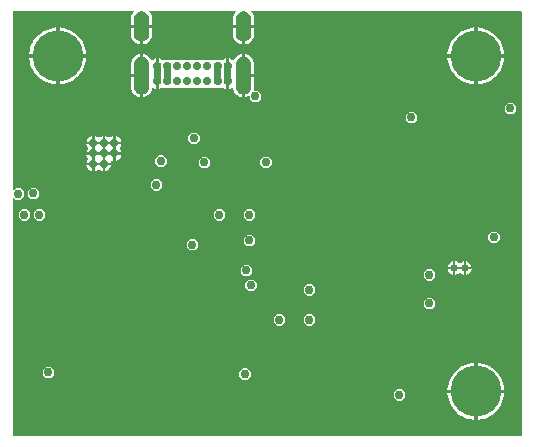
<source format=gbr>
G04 EAGLE Gerber RS-274X export*
G75*
%MOMM*%
%FSLAX34Y34*%
%LPD*%
%INCopper Layer 15*%
%IPPOS*%
%AMOC8*
5,1,8,0,0,1.08239X$1,22.5*%
G01*
%ADD10C,4.316000*%
%ADD11C,0.704800*%
%ADD12C,0.634800*%
%ADD13C,0.734800*%
%ADD14C,0.904800*%
%ADD15C,0.756400*%

G36*
X432836Y3052D02*
X432836Y3052D01*
X432855Y3050D01*
X432957Y3072D01*
X433059Y3088D01*
X433076Y3098D01*
X433096Y3102D01*
X433185Y3155D01*
X433276Y3204D01*
X433290Y3218D01*
X433307Y3228D01*
X433374Y3307D01*
X433446Y3382D01*
X433454Y3400D01*
X433467Y3415D01*
X433506Y3511D01*
X433549Y3605D01*
X433551Y3625D01*
X433559Y3643D01*
X433577Y3810D01*
X433577Y362712D01*
X433574Y362732D01*
X433576Y362751D01*
X433554Y362853D01*
X433538Y362955D01*
X433528Y362972D01*
X433524Y362992D01*
X433471Y363081D01*
X433422Y363172D01*
X433408Y363186D01*
X433398Y363203D01*
X433319Y363270D01*
X433244Y363342D01*
X433226Y363350D01*
X433211Y363363D01*
X433115Y363402D01*
X433021Y363445D01*
X433001Y363447D01*
X432983Y363455D01*
X432816Y363473D01*
X205625Y363473D01*
X205612Y363471D01*
X205598Y363473D01*
X205490Y363451D01*
X205383Y363434D01*
X205370Y363427D01*
X205357Y363424D01*
X205262Y363370D01*
X205165Y363318D01*
X205156Y363309D01*
X205144Y363302D01*
X205071Y363220D01*
X204996Y363140D01*
X204990Y363128D01*
X204981Y363117D01*
X204938Y363017D01*
X204892Y362917D01*
X204891Y362903D01*
X204885Y362891D01*
X204877Y362781D01*
X204865Y362673D01*
X204868Y362659D01*
X204867Y362645D01*
X204894Y362539D01*
X204917Y362432D01*
X204924Y362420D01*
X204928Y362407D01*
X205011Y362262D01*
X206085Y360798D01*
X206824Y359214D01*
X207240Y357516D01*
X207262Y357010D01*
X207263Y357005D01*
X207281Y356890D01*
X207281Y356603D01*
X207283Y356590D01*
X207281Y356570D01*
X207294Y356283D01*
X207281Y356163D01*
X207281Y351529D01*
X204739Y351529D01*
X204739Y356530D01*
X204736Y356534D01*
X204739Y356537D01*
X204565Y357756D01*
X204559Y357761D01*
X204562Y357765D01*
X204154Y358927D01*
X204148Y358931D01*
X204149Y358936D01*
X203522Y359995D01*
X203515Y359998D01*
X203516Y360003D01*
X202694Y360919D01*
X202687Y360921D01*
X202687Y360926D01*
X201702Y361665D01*
X201695Y361665D01*
X201694Y361670D01*
X200584Y362202D01*
X200577Y362201D01*
X200575Y362205D01*
X199639Y362445D01*
X199639Y362712D01*
X199636Y362732D01*
X199638Y362751D01*
X199616Y362853D01*
X199600Y362955D01*
X199590Y362972D01*
X199586Y362992D01*
X199533Y363081D01*
X199484Y363172D01*
X199470Y363186D01*
X199460Y363203D01*
X199381Y363270D01*
X199306Y363342D01*
X199288Y363350D01*
X199273Y363363D01*
X199177Y363402D01*
X199083Y363445D01*
X199063Y363447D01*
X199045Y363455D01*
X198878Y363473D01*
X197402Y363473D01*
X197382Y363470D01*
X197362Y363472D01*
X197261Y363450D01*
X197159Y363434D01*
X197142Y363424D01*
X197122Y363420D01*
X197033Y363367D01*
X196942Y363318D01*
X196928Y363304D01*
X196911Y363294D01*
X196844Y363215D01*
X196772Y363140D01*
X196764Y363122D01*
X196751Y363107D01*
X196712Y363011D01*
X196669Y362917D01*
X196667Y362897D01*
X196659Y362879D01*
X196641Y362712D01*
X196641Y362431D01*
X195728Y362190D01*
X195724Y362184D01*
X195719Y362187D01*
X194622Y361650D01*
X194619Y361644D01*
X194614Y361645D01*
X193643Y360905D01*
X193641Y360898D01*
X193635Y360898D01*
X192827Y359983D01*
X192827Y359976D01*
X192822Y359975D01*
X192207Y358920D01*
X192208Y358913D01*
X192203Y358911D01*
X191807Y357756D01*
X191809Y357749D01*
X191805Y357747D01*
X191641Y356537D01*
X191644Y356532D01*
X191641Y356530D01*
X191641Y351529D01*
X189099Y351529D01*
X189099Y356150D01*
X189099Y356152D01*
X189099Y356154D01*
X189088Y356254D01*
X189099Y356563D01*
X189097Y356573D01*
X189099Y356590D01*
X189099Y356899D01*
X189115Y357003D01*
X189132Y357492D01*
X189332Y358333D01*
X189533Y359182D01*
X189985Y360172D01*
X190255Y360762D01*
X190965Y361746D01*
X191316Y362232D01*
X191365Y362284D01*
X191381Y362319D01*
X191405Y362349D01*
X191433Y362430D01*
X191469Y362507D01*
X191473Y362545D01*
X191486Y362581D01*
X191486Y362667D01*
X191496Y362751D01*
X191488Y362789D01*
X191488Y362827D01*
X191462Y362908D01*
X191444Y362992D01*
X191424Y363025D01*
X191412Y363061D01*
X191361Y363130D01*
X191317Y363203D01*
X191288Y363228D01*
X191266Y363259D01*
X191195Y363307D01*
X191131Y363363D01*
X191095Y363377D01*
X191064Y363399D01*
X190982Y363423D01*
X190902Y363455D01*
X190853Y363460D01*
X190828Y363468D01*
X190797Y363466D01*
X190736Y363473D01*
X119265Y363473D01*
X119252Y363471D01*
X119238Y363473D01*
X119130Y363451D01*
X119023Y363434D01*
X119010Y363427D01*
X118997Y363424D01*
X118902Y363370D01*
X118805Y363318D01*
X118796Y363309D01*
X118784Y363302D01*
X118711Y363220D01*
X118636Y363140D01*
X118630Y363128D01*
X118621Y363117D01*
X118578Y363017D01*
X118532Y362917D01*
X118531Y362903D01*
X118525Y362891D01*
X118517Y362781D01*
X118505Y362673D01*
X118508Y362659D01*
X118507Y362645D01*
X118534Y362539D01*
X118557Y362432D01*
X118564Y362420D01*
X118568Y362407D01*
X118651Y362262D01*
X119725Y360798D01*
X120464Y359214D01*
X120880Y357516D01*
X120902Y357010D01*
X120903Y357005D01*
X120921Y356890D01*
X120921Y356603D01*
X120923Y356590D01*
X120921Y356570D01*
X120934Y356283D01*
X120921Y356163D01*
X120921Y351529D01*
X118379Y351529D01*
X118379Y356530D01*
X118376Y356534D01*
X118379Y356537D01*
X118205Y357756D01*
X118199Y357761D01*
X118202Y357765D01*
X117794Y358927D01*
X117788Y358931D01*
X117789Y358936D01*
X117162Y359995D01*
X117155Y359998D01*
X117156Y360003D01*
X116334Y360919D01*
X116327Y360921D01*
X116327Y360926D01*
X115342Y361665D01*
X115335Y361665D01*
X115334Y361670D01*
X114224Y362202D01*
X114217Y362201D01*
X114215Y362205D01*
X113239Y362455D01*
X113239Y362712D01*
X113236Y362732D01*
X113238Y362751D01*
X113216Y362853D01*
X113200Y362955D01*
X113190Y362972D01*
X113186Y362992D01*
X113133Y363081D01*
X113084Y363172D01*
X113070Y363186D01*
X113060Y363203D01*
X112981Y363270D01*
X112906Y363342D01*
X112888Y363350D01*
X112873Y363363D01*
X112777Y363402D01*
X112683Y363445D01*
X112663Y363447D01*
X112645Y363455D01*
X112478Y363473D01*
X111002Y363473D01*
X110982Y363470D01*
X110962Y363472D01*
X110861Y363450D01*
X110759Y363434D01*
X110742Y363424D01*
X110722Y363420D01*
X110633Y363367D01*
X110542Y363318D01*
X110528Y363304D01*
X110511Y363294D01*
X110444Y363215D01*
X110372Y363140D01*
X110364Y363122D01*
X110351Y363107D01*
X110312Y363011D01*
X110269Y362917D01*
X110267Y362897D01*
X110259Y362879D01*
X110241Y362712D01*
X110241Y362421D01*
X109368Y362190D01*
X109364Y362184D01*
X109359Y362187D01*
X108262Y361650D01*
X108259Y361644D01*
X108254Y361645D01*
X107283Y360905D01*
X107281Y360898D01*
X107275Y360898D01*
X106467Y359983D01*
X106467Y359976D01*
X106462Y359975D01*
X105847Y358920D01*
X105848Y358913D01*
X105843Y358911D01*
X105447Y357756D01*
X105449Y357749D01*
X105445Y357747D01*
X105281Y356537D01*
X105284Y356532D01*
X105281Y356530D01*
X105281Y351529D01*
X102739Y351529D01*
X102739Y356150D01*
X102739Y356152D01*
X102739Y356154D01*
X102728Y356254D01*
X102739Y356563D01*
X102737Y356573D01*
X102739Y356590D01*
X102739Y356899D01*
X102755Y357003D01*
X102772Y357492D01*
X103001Y358459D01*
X103173Y359182D01*
X103674Y360280D01*
X103675Y360280D01*
X103895Y360762D01*
X104668Y361833D01*
X104956Y362232D01*
X105005Y362284D01*
X105021Y362319D01*
X105045Y362349D01*
X105073Y362430D01*
X105109Y362507D01*
X105113Y362545D01*
X105126Y362581D01*
X105126Y362667D01*
X105136Y362751D01*
X105128Y362789D01*
X105128Y362827D01*
X105102Y362908D01*
X105084Y362992D01*
X105064Y363025D01*
X105052Y363061D01*
X105001Y363130D01*
X104957Y363203D01*
X104928Y363228D01*
X104906Y363259D01*
X104835Y363307D01*
X104771Y363363D01*
X104735Y363377D01*
X104704Y363399D01*
X104622Y363423D01*
X104542Y363455D01*
X104493Y363460D01*
X104468Y363468D01*
X104437Y363466D01*
X104376Y363473D01*
X3556Y363473D01*
X3536Y363470D01*
X3517Y363472D01*
X3415Y363450D01*
X3313Y363434D01*
X3296Y363424D01*
X3276Y363420D01*
X3187Y363367D01*
X3096Y363318D01*
X3082Y363304D01*
X3065Y363294D01*
X2998Y363215D01*
X2926Y363140D01*
X2918Y363122D01*
X2905Y363107D01*
X2866Y363011D01*
X2823Y362917D01*
X2821Y362897D01*
X2813Y362879D01*
X2795Y362712D01*
X2795Y212079D01*
X2806Y212008D01*
X2808Y211937D01*
X2826Y211888D01*
X2834Y211836D01*
X2868Y211773D01*
X2893Y211706D01*
X2925Y211665D01*
X2950Y211619D01*
X3002Y211569D01*
X3046Y211513D01*
X3090Y211485D01*
X3128Y211449D01*
X3193Y211419D01*
X3253Y211380D01*
X3304Y211368D01*
X3351Y211346D01*
X3422Y211338D01*
X3492Y211320D01*
X3544Y211324D01*
X3595Y211319D01*
X3666Y211334D01*
X3737Y211340D01*
X3785Y211360D01*
X3836Y211371D01*
X3897Y211408D01*
X3963Y211436D01*
X4019Y211481D01*
X4047Y211497D01*
X4062Y211515D01*
X4094Y211541D01*
X5632Y213079D01*
X9608Y213079D01*
X12419Y210268D01*
X12419Y206292D01*
X9608Y203481D01*
X5632Y203481D01*
X4094Y205019D01*
X4036Y205061D01*
X3984Y205111D01*
X3937Y205132D01*
X3895Y205163D01*
X3826Y205184D01*
X3761Y205214D01*
X3709Y205220D01*
X3659Y205235D01*
X3588Y205233D01*
X3517Y205241D01*
X3466Y205230D01*
X3414Y205229D01*
X3346Y205204D01*
X3276Y205189D01*
X3231Y205162D01*
X3183Y205144D01*
X3127Y205100D01*
X3065Y205063D01*
X3031Y205023D01*
X2991Y204991D01*
X2952Y204930D01*
X2905Y204876D01*
X2886Y204828D01*
X2858Y204784D01*
X2840Y204714D01*
X2813Y204648D01*
X2805Y204576D01*
X2797Y204545D01*
X2799Y204522D01*
X2795Y204481D01*
X2795Y3810D01*
X2798Y3790D01*
X2796Y3771D01*
X2818Y3669D01*
X2834Y3567D01*
X2844Y3550D01*
X2848Y3530D01*
X2901Y3441D01*
X2950Y3350D01*
X2964Y3336D01*
X2974Y3319D01*
X3053Y3252D01*
X3128Y3180D01*
X3146Y3172D01*
X3161Y3159D01*
X3257Y3120D01*
X3351Y3077D01*
X3371Y3075D01*
X3389Y3067D01*
X3556Y3049D01*
X432816Y3049D01*
X432836Y3052D01*
G37*
%LPC*%
G36*
X182877Y297554D02*
X182877Y297554D01*
X181746Y298023D01*
X181680Y298067D01*
X181664Y298074D01*
X181652Y298085D01*
X181553Y298125D01*
X181456Y298169D01*
X181439Y298170D01*
X181423Y298177D01*
X181257Y298195D01*
X128623Y298195D01*
X128607Y298193D01*
X128590Y298195D01*
X128485Y298173D01*
X128380Y298156D01*
X128366Y298148D01*
X128349Y298144D01*
X128200Y298067D01*
X128134Y298023D01*
X127003Y297554D01*
X126264Y297407D01*
X126264Y301481D01*
X127940Y301481D01*
X127987Y301517D01*
X127982Y301524D01*
X127989Y301530D01*
X127989Y319030D01*
X127953Y319077D01*
X127946Y319072D01*
X127940Y319079D01*
X126264Y319079D01*
X126264Y323153D01*
X127003Y323006D01*
X128134Y322537D01*
X129152Y321857D01*
X129221Y321788D01*
X129295Y321735D01*
X129365Y321675D01*
X129395Y321663D01*
X129421Y321644D01*
X129508Y321617D01*
X129593Y321583D01*
X129634Y321579D01*
X129656Y321572D01*
X129688Y321573D01*
X129760Y321565D01*
X131276Y321565D01*
X131366Y321579D01*
X131457Y321587D01*
X131487Y321599D01*
X131518Y321604D01*
X131599Y321647D01*
X131683Y321683D01*
X131715Y321709D01*
X131736Y321720D01*
X131737Y321721D01*
X135656Y321721D01*
X135709Y321675D01*
X135739Y321663D01*
X135766Y321644D01*
X135853Y321617D01*
X135938Y321583D01*
X135978Y321579D01*
X136001Y321572D01*
X136033Y321573D01*
X136104Y321565D01*
X139776Y321565D01*
X139866Y321579D01*
X139957Y321587D01*
X139987Y321599D01*
X140018Y321604D01*
X140099Y321647D01*
X140183Y321683D01*
X140215Y321709D01*
X140236Y321720D01*
X140237Y321721D01*
X144156Y321721D01*
X144209Y321675D01*
X144239Y321663D01*
X144266Y321644D01*
X144353Y321617D01*
X144438Y321583D01*
X144478Y321579D01*
X144501Y321572D01*
X144533Y321573D01*
X144604Y321565D01*
X148276Y321565D01*
X148366Y321579D01*
X148457Y321587D01*
X148487Y321599D01*
X148518Y321604D01*
X148599Y321647D01*
X148683Y321683D01*
X148715Y321709D01*
X148736Y321720D01*
X148737Y321721D01*
X152656Y321721D01*
X152709Y321675D01*
X152739Y321663D01*
X152766Y321644D01*
X152853Y321617D01*
X152938Y321583D01*
X152978Y321579D01*
X153001Y321572D01*
X153033Y321573D01*
X153104Y321565D01*
X156776Y321565D01*
X156866Y321579D01*
X156957Y321587D01*
X156986Y321599D01*
X157018Y321604D01*
X157099Y321647D01*
X157183Y321683D01*
X157215Y321709D01*
X157236Y321720D01*
X157237Y321721D01*
X161156Y321721D01*
X161209Y321675D01*
X161240Y321663D01*
X161266Y321644D01*
X161353Y321617D01*
X161438Y321583D01*
X161479Y321579D01*
X161501Y321572D01*
X161533Y321573D01*
X161604Y321565D01*
X165276Y321565D01*
X165366Y321579D01*
X165457Y321587D01*
X165486Y321599D01*
X165518Y321604D01*
X165599Y321647D01*
X165683Y321683D01*
X165715Y321709D01*
X165736Y321720D01*
X165737Y321721D01*
X169656Y321721D01*
X169709Y321675D01*
X169740Y321663D01*
X169766Y321644D01*
X169853Y321617D01*
X169938Y321583D01*
X169979Y321579D01*
X170001Y321572D01*
X170033Y321573D01*
X170104Y321565D01*
X173776Y321565D01*
X173866Y321579D01*
X173957Y321587D01*
X173986Y321599D01*
X174018Y321604D01*
X174099Y321647D01*
X174183Y321683D01*
X174215Y321709D01*
X174236Y321720D01*
X174237Y321721D01*
X178156Y321721D01*
X178209Y321675D01*
X178240Y321663D01*
X178266Y321644D01*
X178353Y321617D01*
X178438Y321583D01*
X178479Y321579D01*
X178501Y321572D01*
X178533Y321573D01*
X178604Y321565D01*
X180120Y321565D01*
X180211Y321579D01*
X180301Y321587D01*
X180331Y321599D01*
X180363Y321604D01*
X180444Y321647D01*
X180528Y321683D01*
X180560Y321709D01*
X180581Y321720D01*
X180603Y321743D01*
X180659Y321788D01*
X180728Y321857D01*
X181746Y322537D01*
X182877Y323006D01*
X183616Y323153D01*
X183616Y319079D01*
X181940Y319079D01*
X181893Y319043D01*
X181898Y319036D01*
X181891Y319030D01*
X181891Y301530D01*
X181927Y301483D01*
X181934Y301488D01*
X181940Y301481D01*
X183616Y301481D01*
X183616Y297407D01*
X182877Y297554D01*
G37*
%LPD*%
%LPC*%
G36*
X42417Y326643D02*
X42417Y326643D01*
X42417Y349222D01*
X44941Y348937D01*
X46092Y348675D01*
X47582Y348335D01*
X50139Y347440D01*
X52580Y346264D01*
X54874Y344823D01*
X56992Y343134D01*
X58908Y341218D01*
X60597Y339100D01*
X62038Y336806D01*
X63214Y334365D01*
X64109Y331808D01*
X64711Y329167D01*
X64996Y326643D01*
X42417Y326643D01*
G37*
%LPD*%
%LPC*%
G36*
X396493Y326643D02*
X396493Y326643D01*
X396493Y349222D01*
X399017Y348937D01*
X400168Y348675D01*
X401658Y348335D01*
X404215Y347440D01*
X406656Y346264D01*
X408950Y344823D01*
X411068Y343134D01*
X412984Y341218D01*
X414673Y339100D01*
X416114Y336806D01*
X417290Y334365D01*
X418185Y331808D01*
X418787Y329167D01*
X419072Y326643D01*
X396493Y326643D01*
G37*
%LPD*%
%LPC*%
G36*
X396493Y42671D02*
X396493Y42671D01*
X396493Y65250D01*
X399017Y64965D01*
X400055Y64728D01*
X401658Y64363D01*
X404215Y63468D01*
X406656Y62292D01*
X408950Y60851D01*
X411068Y59162D01*
X412984Y57246D01*
X414673Y55128D01*
X416114Y52834D01*
X417290Y50393D01*
X418185Y47836D01*
X418787Y45195D01*
X419072Y42671D01*
X396493Y42671D01*
G37*
%LPD*%
%LPC*%
G36*
X16792Y326643D02*
X16792Y326643D01*
X17077Y329167D01*
X17679Y331808D01*
X18574Y334365D01*
X19750Y336806D01*
X21191Y339100D01*
X22880Y341218D01*
X24796Y343134D01*
X26914Y344823D01*
X29208Y346264D01*
X31649Y347440D01*
X34206Y348335D01*
X36847Y348937D01*
X39371Y349222D01*
X39371Y326643D01*
X16792Y326643D01*
G37*
%LPD*%
%LPC*%
G36*
X370868Y326643D02*
X370868Y326643D01*
X371153Y329167D01*
X371755Y331808D01*
X372650Y334365D01*
X373826Y336806D01*
X375267Y339100D01*
X376956Y341218D01*
X378872Y343134D01*
X380990Y344823D01*
X383284Y346264D01*
X385725Y347440D01*
X388282Y348335D01*
X390923Y348937D01*
X393447Y349222D01*
X393447Y326643D01*
X370868Y326643D01*
G37*
%LPD*%
%LPC*%
G36*
X370868Y42671D02*
X370868Y42671D01*
X371153Y45195D01*
X371755Y47836D01*
X372650Y50393D01*
X373826Y52834D01*
X375267Y55128D01*
X376956Y57246D01*
X378872Y59162D01*
X380990Y60851D01*
X383284Y62292D01*
X385725Y63468D01*
X388282Y64363D01*
X390923Y64965D01*
X393447Y65250D01*
X393447Y42671D01*
X370868Y42671D01*
G37*
%LPD*%
%LPC*%
G36*
X396493Y323597D02*
X396493Y323597D01*
X419072Y323597D01*
X418787Y321073D01*
X418185Y318432D01*
X417290Y315875D01*
X416114Y313434D01*
X414673Y311140D01*
X412984Y309022D01*
X411068Y307106D01*
X408950Y305417D01*
X406656Y303976D01*
X404215Y302800D01*
X401658Y301905D01*
X399017Y301303D01*
X396493Y301018D01*
X396493Y323597D01*
G37*
%LPD*%
%LPC*%
G36*
X396493Y39625D02*
X396493Y39625D01*
X419072Y39625D01*
X418787Y37101D01*
X418185Y34460D01*
X417290Y31903D01*
X416114Y29462D01*
X414673Y27168D01*
X412984Y25050D01*
X411068Y23134D01*
X408950Y21445D01*
X406656Y20004D01*
X404215Y18828D01*
X401658Y17933D01*
X399017Y17331D01*
X396493Y17046D01*
X396493Y39625D01*
G37*
%LPD*%
%LPC*%
G36*
X42417Y323597D02*
X42417Y323597D01*
X64996Y323597D01*
X64711Y321073D01*
X64109Y318432D01*
X63214Y315875D01*
X62038Y313434D01*
X60597Y311140D01*
X58908Y309022D01*
X56992Y307106D01*
X54874Y305417D01*
X52580Y303976D01*
X50139Y302800D01*
X47582Y301905D01*
X44941Y301303D01*
X42417Y301018D01*
X42417Y323597D01*
G37*
%LPD*%
%LPC*%
G36*
X36847Y301303D02*
X36847Y301303D01*
X36244Y301440D01*
X34206Y301905D01*
X31649Y302800D01*
X29208Y303976D01*
X26914Y305417D01*
X24796Y307106D01*
X22880Y309022D01*
X21191Y311140D01*
X19750Y313434D01*
X18574Y315875D01*
X17679Y318432D01*
X17077Y321073D01*
X16792Y323597D01*
X39371Y323597D01*
X39371Y301018D01*
X36847Y301303D01*
G37*
%LPD*%
%LPC*%
G36*
X390923Y301303D02*
X390923Y301303D01*
X390320Y301440D01*
X388282Y301905D01*
X385725Y302800D01*
X383284Y303976D01*
X380990Y305417D01*
X378872Y307106D01*
X376956Y309022D01*
X375267Y311140D01*
X373826Y313434D01*
X372650Y315875D01*
X371755Y318432D01*
X371153Y321073D01*
X370868Y323597D01*
X393447Y323597D01*
X393447Y301018D01*
X390923Y301303D01*
G37*
%LPD*%
%LPC*%
G36*
X390923Y17331D02*
X390923Y17331D01*
X390207Y17494D01*
X388282Y17933D01*
X385725Y18828D01*
X383284Y20004D01*
X380990Y21445D01*
X378872Y23134D01*
X376956Y25050D01*
X375267Y27168D01*
X373826Y29462D01*
X372650Y31903D01*
X371755Y34460D01*
X371153Y37101D01*
X370868Y39625D01*
X393447Y39625D01*
X393447Y17046D01*
X390923Y17331D01*
G37*
%LPD*%
%LPC*%
G36*
X196244Y290210D02*
X196244Y290210D01*
X195554Y290374D01*
X194517Y290821D01*
X194035Y291029D01*
X193004Y291707D01*
X192654Y291938D01*
X191451Y293073D01*
X190463Y294400D01*
X189721Y295878D01*
X189247Y297463D01*
X189214Y297746D01*
X189193Y297819D01*
X189181Y297895D01*
X189170Y297917D01*
X189167Y297932D01*
X189156Y297951D01*
X189147Y297982D01*
X189103Y298045D01*
X189068Y298113D01*
X189046Y298135D01*
X189040Y298143D01*
X189029Y298153D01*
X189007Y298185D01*
X188946Y298231D01*
X188891Y298284D01*
X188858Y298300D01*
X188853Y298303D01*
X188845Y298307D01*
X188810Y298333D01*
X188738Y298357D01*
X188669Y298389D01*
X188628Y298394D01*
X188625Y298395D01*
X188618Y298396D01*
X188577Y298410D01*
X188501Y298409D01*
X188425Y298418D01*
X188378Y298409D01*
X188331Y298408D01*
X188259Y298384D01*
X188232Y298378D01*
X188207Y298374D01*
X188204Y298372D01*
X188184Y298368D01*
X188127Y298338D01*
X188098Y298328D01*
X188077Y298313D01*
X188035Y298291D01*
X187634Y298023D01*
X186503Y297554D01*
X185764Y297407D01*
X185764Y301481D01*
X187440Y301481D01*
X187487Y301517D01*
X187482Y301524D01*
X187489Y301530D01*
X187489Y319030D01*
X187453Y319077D01*
X187446Y319072D01*
X187440Y319079D01*
X185764Y319079D01*
X185764Y323153D01*
X186503Y323006D01*
X187634Y322537D01*
X188652Y321857D01*
X188844Y321665D01*
X188859Y321654D01*
X188870Y321640D01*
X188959Y321583D01*
X189044Y321521D01*
X189061Y321516D01*
X189076Y321506D01*
X189179Y321480D01*
X189279Y321449D01*
X189297Y321450D01*
X189315Y321445D01*
X189420Y321453D01*
X189525Y321455D01*
X189542Y321462D01*
X189560Y321463D01*
X189657Y321504D01*
X189756Y321540D01*
X189770Y321551D01*
X189787Y321558D01*
X189866Y321628D01*
X189948Y321694D01*
X189958Y321709D01*
X189971Y321721D01*
X190063Y321862D01*
X190463Y322660D01*
X190810Y323126D01*
X191451Y323987D01*
X192654Y325122D01*
X194035Y326031D01*
X195554Y326686D01*
X196641Y326944D01*
X196641Y324310D01*
X195532Y323902D01*
X195528Y323896D01*
X195523Y323898D01*
X194376Y323195D01*
X194373Y323189D01*
X194368Y323190D01*
X193380Y322277D01*
X193379Y322270D01*
X193374Y322270D01*
X192582Y321182D01*
X192583Y321175D01*
X192578Y321174D01*
X192014Y319953D01*
X192015Y319945D01*
X192010Y319943D01*
X191696Y318636D01*
X191699Y318629D01*
X191694Y318626D01*
X191641Y317282D01*
X191642Y317281D01*
X191641Y317280D01*
X191641Y299780D01*
X191642Y299779D01*
X191641Y299778D01*
X191694Y298434D01*
X191699Y298428D01*
X191696Y298424D01*
X192010Y297117D01*
X192016Y297112D01*
X192014Y297108D01*
X192578Y295886D01*
X192584Y295883D01*
X192582Y295878D01*
X193374Y294790D01*
X193381Y294788D01*
X193380Y294783D01*
X194368Y293870D01*
X194376Y293870D01*
X194376Y293865D01*
X195523Y293163D01*
X195531Y293163D01*
X195532Y293158D01*
X196641Y292750D01*
X196641Y290116D01*
X196244Y290210D01*
G37*
%LPD*%
%LPC*%
G36*
X113239Y292722D02*
X113239Y292722D01*
X114411Y293143D01*
X114414Y293149D01*
X114419Y293147D01*
X115580Y293845D01*
X115583Y293852D01*
X115588Y293851D01*
X116590Y294762D01*
X116591Y294769D01*
X116596Y294769D01*
X117401Y295858D01*
X117401Y295865D01*
X117403Y295866D01*
X117406Y295867D01*
X117983Y297092D01*
X117983Y297095D01*
X117985Y297097D01*
X117983Y297099D01*
X117987Y297101D01*
X118313Y298415D01*
X118311Y298422D01*
X118315Y298425D01*
X118379Y299778D01*
X118378Y299779D01*
X118379Y299780D01*
X118379Y317280D01*
X118378Y317281D01*
X118379Y317282D01*
X118315Y318635D01*
X118310Y318641D01*
X118313Y318645D01*
X117987Y319959D01*
X117981Y319964D01*
X117983Y319968D01*
X117406Y321193D01*
X117400Y321197D01*
X117401Y321202D01*
X116596Y322291D01*
X116589Y322293D01*
X116590Y322298D01*
X115588Y323209D01*
X115580Y323210D01*
X115580Y323215D01*
X114419Y323913D01*
X114412Y323912D01*
X114411Y323917D01*
X113239Y324338D01*
X113239Y326961D01*
X114362Y326704D01*
X115893Y326057D01*
X116995Y325344D01*
X117288Y325154D01*
X118506Y324023D01*
X119508Y322697D01*
X119898Y321935D01*
X119907Y321922D01*
X119913Y321908D01*
X119980Y321824D01*
X120044Y321737D01*
X120057Y321728D01*
X120066Y321716D01*
X120157Y321658D01*
X120246Y321596D01*
X120260Y321591D01*
X120273Y321583D01*
X120378Y321557D01*
X120482Y321526D01*
X120497Y321527D01*
X120512Y321523D01*
X120620Y321531D01*
X120727Y321535D01*
X120742Y321541D01*
X120757Y321542D01*
X120856Y321584D01*
X120957Y321623D01*
X120969Y321632D01*
X120983Y321638D01*
X121114Y321743D01*
X121228Y321857D01*
X122246Y322537D01*
X123377Y323006D01*
X124116Y323153D01*
X124116Y319079D01*
X122440Y319079D01*
X122393Y319043D01*
X122398Y319036D01*
X122391Y319030D01*
X122391Y301530D01*
X122427Y301483D01*
X122434Y301488D01*
X122440Y301481D01*
X124116Y301481D01*
X124116Y297407D01*
X123377Y297554D01*
X122246Y298023D01*
X121963Y298212D01*
X121896Y298242D01*
X121834Y298281D01*
X121785Y298293D01*
X121739Y298314D01*
X121666Y298321D01*
X121594Y298338D01*
X121544Y298334D01*
X121494Y298339D01*
X121422Y298323D01*
X121349Y298316D01*
X121303Y298296D01*
X121254Y298285D01*
X121191Y298247D01*
X121124Y298217D01*
X121087Y298183D01*
X121044Y298157D01*
X120997Y298101D01*
X120943Y298051D01*
X120918Y298007D01*
X120886Y297969D01*
X120859Y297900D01*
X120823Y297836D01*
X120807Y297769D01*
X120796Y297740D01*
X120794Y297715D01*
X120784Y297673D01*
X120754Y297432D01*
X120333Y296061D01*
X120332Y296061D01*
X120265Y295843D01*
X119576Y294496D01*
X119576Y294495D01*
X119508Y294363D01*
X118570Y293122D01*
X118506Y293037D01*
X117288Y291906D01*
X115893Y291003D01*
X114362Y290356D01*
X113239Y290099D01*
X113239Y292722D01*
G37*
%LPD*%
%LPC*%
G36*
X206292Y286031D02*
X206292Y286031D01*
X203481Y288842D01*
X203481Y290398D01*
X203463Y290511D01*
X203447Y290625D01*
X203443Y290633D01*
X203442Y290641D01*
X203388Y290742D01*
X203337Y290845D01*
X203331Y290851D01*
X203326Y290859D01*
X203244Y290937D01*
X203162Y291018D01*
X203154Y291022D01*
X203148Y291028D01*
X203044Y291076D01*
X202942Y291127D01*
X202933Y291128D01*
X202925Y291132D01*
X202812Y291144D01*
X202698Y291159D01*
X202689Y291158D01*
X202681Y291159D01*
X202569Y291134D01*
X202456Y291113D01*
X202447Y291108D01*
X202440Y291106D01*
X202420Y291095D01*
X202306Y291038D01*
X202253Y291003D01*
X200722Y290356D01*
X199639Y290108D01*
X199639Y292736D01*
X200771Y293143D01*
X200774Y293149D01*
X200779Y293147D01*
X201940Y293845D01*
X201943Y293852D01*
X201948Y293851D01*
X202950Y294762D01*
X202951Y294769D01*
X202956Y294769D01*
X203761Y295858D01*
X203761Y295865D01*
X203763Y295866D01*
X203766Y295867D01*
X204343Y297092D01*
X204343Y297095D01*
X204345Y297097D01*
X204343Y297099D01*
X204347Y297101D01*
X204673Y298415D01*
X204671Y298422D01*
X204675Y298425D01*
X204739Y299778D01*
X204738Y299779D01*
X204739Y299780D01*
X204739Y307031D01*
X207281Y307031D01*
X207281Y299865D01*
X207283Y299850D01*
X207282Y299826D01*
X207320Y299081D01*
X207114Y297432D01*
X206863Y296614D01*
X206861Y296604D01*
X206857Y296595D01*
X206845Y296483D01*
X206829Y296370D01*
X206831Y296360D01*
X206830Y296351D01*
X206854Y296240D01*
X206875Y296128D01*
X206880Y296120D01*
X206882Y296110D01*
X206940Y296013D01*
X206996Y295914D01*
X207003Y295908D01*
X207008Y295899D01*
X207095Y295825D01*
X207179Y295750D01*
X207188Y295746D01*
X207195Y295739D01*
X207301Y295697D01*
X207404Y295652D01*
X207414Y295651D01*
X207423Y295647D01*
X207590Y295629D01*
X210268Y295629D01*
X213079Y292818D01*
X213079Y288842D01*
X210268Y286031D01*
X206292Y286031D01*
G37*
%LPD*%
G36*
X178987Y301517D02*
X178987Y301517D01*
X178982Y301524D01*
X178989Y301530D01*
X178989Y319030D01*
X178953Y319077D01*
X178946Y319072D01*
X178940Y319079D01*
X173440Y319079D01*
X173393Y319043D01*
X173398Y319036D01*
X173391Y319030D01*
X173391Y301530D01*
X173427Y301483D01*
X173434Y301488D01*
X173440Y301481D01*
X178940Y301481D01*
X178987Y301517D01*
G37*
G36*
X136487Y301517D02*
X136487Y301517D01*
X136482Y301524D01*
X136489Y301530D01*
X136489Y319030D01*
X136453Y319077D01*
X136446Y319072D01*
X136440Y319079D01*
X130940Y319079D01*
X130893Y319043D01*
X130898Y319036D01*
X130891Y319030D01*
X130891Y301530D01*
X130927Y301483D01*
X130934Y301488D01*
X130940Y301481D01*
X136440Y301481D01*
X136487Y301517D01*
G37*
%LPC*%
G36*
X23412Y185701D02*
X23412Y185701D01*
X20601Y188512D01*
X20601Y192488D01*
X23412Y195299D01*
X27388Y195299D01*
X30199Y192488D01*
X30199Y188512D01*
X27388Y185701D01*
X23412Y185701D01*
G37*
%LPD*%
%LPC*%
G36*
X201212Y185701D02*
X201212Y185701D01*
X198401Y188512D01*
X198401Y192488D01*
X201212Y195299D01*
X205188Y195299D01*
X207999Y192488D01*
X207999Y188512D01*
X205188Y185701D01*
X201212Y185701D01*
G37*
%LPD*%
%LPC*%
G36*
X408222Y166651D02*
X408222Y166651D01*
X405411Y169462D01*
X405411Y173438D01*
X408222Y176249D01*
X412198Y176249D01*
X415009Y173438D01*
X415009Y169462D01*
X412198Y166651D01*
X408222Y166651D01*
G37*
%LPD*%
%LPC*%
G36*
X201212Y164111D02*
X201212Y164111D01*
X198401Y166922D01*
X198401Y170898D01*
X201212Y173709D01*
X205188Y173709D01*
X207999Y170898D01*
X207999Y166922D01*
X205188Y164111D01*
X201212Y164111D01*
G37*
%LPD*%
%LPC*%
G36*
X152952Y160455D02*
X152952Y160455D01*
X150141Y163266D01*
X150141Y167242D01*
X152952Y170053D01*
X156928Y170053D01*
X159739Y167242D01*
X159739Y163266D01*
X156928Y160455D01*
X152952Y160455D01*
G37*
%LPD*%
%LPC*%
G36*
X198672Y138711D02*
X198672Y138711D01*
X195861Y141522D01*
X195861Y145498D01*
X198672Y148309D01*
X202648Y148309D01*
X205459Y145498D01*
X205459Y141522D01*
X202648Y138711D01*
X198672Y138711D01*
G37*
%LPD*%
%LPC*%
G36*
X353612Y134901D02*
X353612Y134901D01*
X350801Y137712D01*
X350801Y141688D01*
X353612Y144499D01*
X357588Y144499D01*
X360399Y141688D01*
X360399Y137712D01*
X357588Y134901D01*
X353612Y134901D01*
G37*
%LPD*%
%LPC*%
G36*
X202482Y126011D02*
X202482Y126011D01*
X199671Y128822D01*
X199671Y132798D01*
X202482Y135609D01*
X206458Y135609D01*
X209269Y132798D01*
X209269Y128822D01*
X206458Y126011D01*
X202482Y126011D01*
G37*
%LPD*%
%LPC*%
G36*
X252012Y122201D02*
X252012Y122201D01*
X249201Y125012D01*
X249201Y128988D01*
X252012Y131799D01*
X255988Y131799D01*
X258799Y128988D01*
X258799Y125012D01*
X255988Y122201D01*
X252012Y122201D01*
G37*
%LPD*%
%LPC*%
G36*
X422192Y275871D02*
X422192Y275871D01*
X419381Y278682D01*
X419381Y282658D01*
X422192Y285469D01*
X426168Y285469D01*
X428979Y282658D01*
X428979Y278682D01*
X426168Y275871D01*
X422192Y275871D01*
G37*
%LPD*%
%LPC*%
G36*
X338372Y268251D02*
X338372Y268251D01*
X335561Y271062D01*
X335561Y275038D01*
X338372Y277849D01*
X342348Y277849D01*
X345159Y275038D01*
X345159Y271062D01*
X342348Y268251D01*
X338372Y268251D01*
G37*
%LPD*%
%LPC*%
G36*
X154222Y250471D02*
X154222Y250471D01*
X151411Y253282D01*
X151411Y257258D01*
X154222Y260069D01*
X158198Y260069D01*
X161009Y257258D01*
X161009Y253282D01*
X158198Y250471D01*
X154222Y250471D01*
G37*
%LPD*%
%LPC*%
G36*
X353612Y110771D02*
X353612Y110771D01*
X350801Y113582D01*
X350801Y117558D01*
X353612Y120369D01*
X357588Y120369D01*
X360399Y117558D01*
X360399Y113582D01*
X357588Y110771D01*
X353612Y110771D01*
G37*
%LPD*%
%LPC*%
G36*
X18332Y203987D02*
X18332Y203987D01*
X15521Y206798D01*
X15521Y210774D01*
X18332Y213585D01*
X22308Y213585D01*
X25119Y210774D01*
X25119Y206798D01*
X22308Y203987D01*
X18332Y203987D01*
G37*
%LPD*%
%LPC*%
G36*
X252012Y96801D02*
X252012Y96801D01*
X249201Y99612D01*
X249201Y103588D01*
X252012Y106399D01*
X255988Y106399D01*
X258799Y103588D01*
X258799Y99612D01*
X255988Y96801D01*
X252012Y96801D01*
G37*
%LPD*%
%LPC*%
G36*
X31032Y52351D02*
X31032Y52351D01*
X28221Y55162D01*
X28221Y59138D01*
X31032Y61949D01*
X35008Y61949D01*
X37819Y59138D01*
X37819Y55162D01*
X35008Y52351D01*
X31032Y52351D01*
G37*
%LPD*%
%LPC*%
G36*
X197402Y51081D02*
X197402Y51081D01*
X194591Y53892D01*
X194591Y57868D01*
X197402Y60679D01*
X201378Y60679D01*
X204189Y57868D01*
X204189Y53892D01*
X201378Y51081D01*
X197402Y51081D01*
G37*
%LPD*%
%LPC*%
G36*
X328212Y33301D02*
X328212Y33301D01*
X325401Y36112D01*
X325401Y40088D01*
X328212Y42899D01*
X332188Y42899D01*
X334999Y40088D01*
X334999Y36112D01*
X332188Y33301D01*
X328212Y33301D01*
G37*
%LPD*%
%LPC*%
G36*
X226612Y96801D02*
X226612Y96801D01*
X223801Y99612D01*
X223801Y103588D01*
X226612Y106399D01*
X230588Y106399D01*
X233399Y103588D01*
X233399Y99612D01*
X230588Y96801D01*
X226612Y96801D01*
G37*
%LPD*%
%LPC*%
G36*
X126282Y231421D02*
X126282Y231421D01*
X123471Y234232D01*
X123471Y238208D01*
X126282Y241019D01*
X130258Y241019D01*
X133069Y238208D01*
X133069Y234232D01*
X130258Y231421D01*
X126282Y231421D01*
G37*
%LPD*%
%LPC*%
G36*
X215182Y230151D02*
X215182Y230151D01*
X212371Y232962D01*
X212371Y236938D01*
X215182Y239749D01*
X219158Y239749D01*
X221969Y236938D01*
X221969Y232962D01*
X219158Y230151D01*
X215182Y230151D01*
G37*
%LPD*%
%LPC*%
G36*
X163112Y230151D02*
X163112Y230151D01*
X160301Y232962D01*
X160301Y236938D01*
X163112Y239749D01*
X167088Y239749D01*
X169899Y236938D01*
X169899Y232962D01*
X167088Y230151D01*
X163112Y230151D01*
G37*
%LPD*%
%LPC*%
G36*
X122472Y211101D02*
X122472Y211101D01*
X119661Y213912D01*
X119661Y217888D01*
X122472Y220699D01*
X126448Y220699D01*
X129259Y217888D01*
X129259Y213912D01*
X126448Y211101D01*
X122472Y211101D01*
G37*
%LPD*%
%LPC*%
G36*
X175812Y185701D02*
X175812Y185701D01*
X173001Y188512D01*
X173001Y192488D01*
X175812Y195299D01*
X179788Y195299D01*
X182599Y192488D01*
X182599Y188512D01*
X179788Y185701D01*
X175812Y185701D01*
G37*
%LPD*%
%LPC*%
G36*
X10712Y185701D02*
X10712Y185701D01*
X7901Y188512D01*
X7901Y192488D01*
X10712Y195299D01*
X14688Y195299D01*
X17499Y192488D01*
X17499Y188512D01*
X14688Y185701D01*
X10712Y185701D01*
G37*
%LPD*%
%LPC*%
G36*
X204739Y310029D02*
X204739Y310029D01*
X204739Y317280D01*
X204738Y317281D01*
X204739Y317282D01*
X204675Y318635D01*
X204670Y318641D01*
X204673Y318645D01*
X204347Y319959D01*
X204341Y319964D01*
X204343Y319968D01*
X203766Y321193D01*
X203760Y321197D01*
X203761Y321202D01*
X202956Y322291D01*
X202949Y322293D01*
X202950Y322298D01*
X201948Y323209D01*
X201940Y323210D01*
X201940Y323215D01*
X200779Y323913D01*
X200772Y323912D01*
X200771Y323917D01*
X199639Y324324D01*
X199639Y326952D01*
X200722Y326704D01*
X202253Y326057D01*
X203328Y325362D01*
X203648Y325154D01*
X204866Y324023D01*
X205868Y322697D01*
X206626Y321217D01*
X207114Y319628D01*
X207320Y317979D01*
X207282Y317234D01*
X207283Y317219D01*
X207281Y317195D01*
X207281Y310029D01*
X204739Y310029D01*
G37*
%LPD*%
%LPC*%
G36*
X109811Y290227D02*
X109811Y290227D01*
X109194Y290374D01*
X108096Y290847D01*
X107675Y291029D01*
X106595Y291740D01*
X106294Y291938D01*
X105091Y293073D01*
X104103Y294400D01*
X103361Y295878D01*
X102887Y297463D01*
X102695Y299105D01*
X102738Y299834D01*
X102736Y299851D01*
X102739Y299878D01*
X102739Y307031D01*
X105281Y307031D01*
X105281Y299780D01*
X105282Y299779D01*
X105281Y299778D01*
X105334Y298434D01*
X105339Y298428D01*
X105336Y298424D01*
X105650Y297117D01*
X105656Y297112D01*
X105654Y297108D01*
X106218Y295886D01*
X106224Y295883D01*
X106222Y295878D01*
X107014Y294790D01*
X107021Y294788D01*
X107020Y294783D01*
X108008Y293870D01*
X108016Y293870D01*
X108016Y293865D01*
X109163Y293163D01*
X109171Y293163D01*
X109172Y293158D01*
X110241Y292765D01*
X110241Y290125D01*
X109811Y290227D01*
G37*
%LPD*%
%LPC*%
G36*
X102739Y310029D02*
X102739Y310029D01*
X102739Y317182D01*
X102737Y317199D01*
X102738Y317226D01*
X102695Y317955D01*
X102887Y319598D01*
X103115Y320358D01*
X103115Y320359D01*
X103361Y321182D01*
X103790Y322036D01*
X104103Y322660D01*
X104735Y323509D01*
X105091Y323987D01*
X106294Y325122D01*
X107675Y326031D01*
X109194Y326686D01*
X110241Y326935D01*
X110241Y324295D01*
X109172Y323902D01*
X109168Y323896D01*
X109163Y323898D01*
X108016Y323195D01*
X108013Y323189D01*
X108008Y323190D01*
X107020Y322277D01*
X107019Y322270D01*
X107014Y322270D01*
X106222Y321182D01*
X106223Y321175D01*
X106218Y321174D01*
X105654Y319953D01*
X105655Y319945D01*
X105650Y319943D01*
X105336Y318636D01*
X105339Y318629D01*
X105334Y318626D01*
X105281Y317282D01*
X105282Y317281D01*
X105281Y317280D01*
X105281Y310029D01*
X102739Y310029D01*
G37*
%LPD*%
%LPC*%
G36*
X72119Y234679D02*
X72119Y234679D01*
X72119Y241571D01*
X79011Y241571D01*
X79011Y234679D01*
X72119Y234679D01*
G37*
%LPD*%
%LPC*%
G36*
X72119Y243569D02*
X72119Y243569D01*
X72119Y250461D01*
X79011Y250461D01*
X79011Y243569D01*
X72119Y243569D01*
G37*
%LPD*%
%LPC*%
G36*
X81009Y243569D02*
X81009Y243569D01*
X81009Y250461D01*
X87901Y250461D01*
X87901Y243569D01*
X81009Y243569D01*
G37*
%LPD*%
%LPC*%
G36*
X81009Y234679D02*
X81009Y234679D01*
X81009Y241571D01*
X87901Y241571D01*
X87901Y236585D01*
X87131Y236738D01*
X86628Y236947D01*
X86558Y236963D01*
X86491Y236989D01*
X86439Y236991D01*
X86388Y237003D01*
X86317Y236996D01*
X86245Y236999D01*
X86195Y236985D01*
X86144Y236980D01*
X86078Y236951D01*
X86009Y236931D01*
X85966Y236901D01*
X85919Y236880D01*
X85866Y236831D01*
X85807Y236790D01*
X85776Y236749D01*
X85738Y236713D01*
X85703Y236651D01*
X85660Y236593D01*
X85644Y236544D01*
X85619Y236498D01*
X85606Y236427D01*
X85584Y236359D01*
X85585Y236307D01*
X85575Y236256D01*
X85586Y236185D01*
X85587Y236113D01*
X85607Y236044D01*
X85611Y236013D01*
X85622Y235992D01*
X85633Y235952D01*
X85842Y235449D01*
X85995Y234679D01*
X81009Y234679D01*
G37*
%LPD*%
%LPC*%
G36*
X113239Y337630D02*
X113239Y337630D01*
X114254Y337912D01*
X114258Y337918D01*
X114263Y337916D01*
X115383Y338481D01*
X115386Y338488D01*
X115391Y338486D01*
X116380Y339260D01*
X116382Y339267D01*
X116387Y339266D01*
X117205Y340218D01*
X117206Y340225D01*
X117211Y340225D01*
X117828Y341318D01*
X117827Y341325D01*
X117832Y341327D01*
X118225Y342519D01*
X118222Y342526D01*
X118227Y342528D01*
X118379Y343774D01*
X118377Y343778D01*
X118379Y343780D01*
X118379Y348531D01*
X120921Y348531D01*
X120921Y344181D01*
X120922Y344174D01*
X120921Y344168D01*
X120929Y344104D01*
X120921Y343758D01*
X120922Y343751D01*
X120921Y343740D01*
X120921Y343393D01*
X120911Y343318D01*
X120902Y342933D01*
X120592Y341390D01*
X120019Y339924D01*
X119201Y338581D01*
X118162Y337399D01*
X116933Y336416D01*
X115552Y335662D01*
X114061Y335158D01*
X113239Y335033D01*
X113239Y337630D01*
G37*
%LPD*%
%LPC*%
G36*
X199639Y337641D02*
X199639Y337641D01*
X200614Y337912D01*
X200618Y337918D01*
X200623Y337916D01*
X201743Y338481D01*
X201746Y338488D01*
X201751Y338486D01*
X202740Y339260D01*
X202742Y339267D01*
X202747Y339266D01*
X203565Y340218D01*
X203566Y340225D01*
X203571Y340225D01*
X204188Y341318D01*
X204187Y341325D01*
X204192Y341327D01*
X204585Y342519D01*
X204582Y342526D01*
X204587Y342528D01*
X204739Y343774D01*
X204737Y343778D01*
X204739Y343780D01*
X204739Y348531D01*
X207281Y348531D01*
X207281Y344181D01*
X207282Y344174D01*
X207281Y344168D01*
X207289Y344104D01*
X207281Y343758D01*
X207282Y343751D01*
X207281Y343740D01*
X207281Y343393D01*
X207271Y343318D01*
X207262Y342933D01*
X207006Y341660D01*
X206952Y341390D01*
X206379Y339924D01*
X205561Y338581D01*
X204522Y337399D01*
X203293Y336416D01*
X201912Y335662D01*
X200421Y335158D01*
X199639Y335039D01*
X199639Y337641D01*
G37*
%LPD*%
%LPC*%
G36*
X195568Y335242D02*
X195568Y335242D01*
X193930Y335890D01*
X192450Y336846D01*
X191185Y338071D01*
X190184Y339520D01*
X189484Y341137D01*
X189113Y342859D01*
X189106Y343325D01*
X189104Y343334D01*
X189106Y343344D01*
X189099Y343385D01*
X189099Y343753D01*
X189098Y343758D01*
X189099Y343765D01*
X189093Y344140D01*
X189099Y344194D01*
X189099Y348531D01*
X191641Y348531D01*
X191641Y343780D01*
X191643Y343777D01*
X191641Y343774D01*
X191783Y342538D01*
X191788Y342532D01*
X191785Y342528D01*
X192165Y341343D01*
X192171Y341338D01*
X192169Y341334D01*
X192773Y340245D01*
X192779Y340242D01*
X192778Y340237D01*
X193583Y339287D01*
X193590Y339286D01*
X193590Y339281D01*
X194565Y338506D01*
X194572Y338506D01*
X194573Y338501D01*
X195680Y337931D01*
X195687Y337933D01*
X195689Y337928D01*
X196641Y337655D01*
X196641Y335046D01*
X195568Y335242D01*
G37*
%LPD*%
%LPC*%
G36*
X109208Y335242D02*
X109208Y335242D01*
X107570Y335890D01*
X106090Y336846D01*
X104825Y338071D01*
X103824Y339520D01*
X103124Y341137D01*
X102753Y342859D01*
X102746Y343325D01*
X102744Y343334D01*
X102746Y343344D01*
X102739Y343385D01*
X102739Y343753D01*
X102738Y343758D01*
X102739Y343765D01*
X102733Y344140D01*
X102739Y344194D01*
X102739Y348531D01*
X105281Y348531D01*
X105281Y343780D01*
X105283Y343777D01*
X105281Y343774D01*
X105423Y342538D01*
X105428Y342532D01*
X105425Y342528D01*
X105805Y341343D01*
X105811Y341338D01*
X105809Y341334D01*
X106413Y340245D01*
X106419Y340242D01*
X106418Y340237D01*
X107223Y339287D01*
X107230Y339286D01*
X107230Y339281D01*
X108205Y338506D01*
X108212Y338506D01*
X108213Y338501D01*
X109320Y337931D01*
X109327Y337933D01*
X109329Y337928D01*
X110241Y337667D01*
X110241Y335053D01*
X109208Y335242D01*
G37*
%LPD*%
%LPC*%
G36*
X377506Y146493D02*
X377506Y146493D01*
X377506Y151332D01*
X378349Y151164D01*
X379389Y150733D01*
X380325Y150108D01*
X380652Y149781D01*
X380668Y149769D01*
X380681Y149753D01*
X380768Y149697D01*
X380852Y149637D01*
X380871Y149631D01*
X380888Y149620D01*
X380988Y149595D01*
X381087Y149565D01*
X381107Y149565D01*
X381126Y149560D01*
X381229Y149568D01*
X381333Y149571D01*
X381352Y149578D01*
X381372Y149580D01*
X381466Y149620D01*
X381564Y149656D01*
X381580Y149668D01*
X381598Y149676D01*
X381729Y149781D01*
X382056Y150108D01*
X382992Y150733D01*
X384032Y151164D01*
X384875Y151332D01*
X384875Y146493D01*
X377506Y146493D01*
G37*
%LPD*%
%LPC*%
G36*
X384032Y140174D02*
X384032Y140174D01*
X382992Y140605D01*
X382056Y141230D01*
X381729Y141557D01*
X381713Y141569D01*
X381700Y141585D01*
X381613Y141641D01*
X381529Y141701D01*
X381510Y141707D01*
X381493Y141718D01*
X381393Y141743D01*
X381294Y141773D01*
X381274Y141773D01*
X381255Y141778D01*
X381152Y141770D01*
X381048Y141767D01*
X381029Y141760D01*
X381010Y141758D01*
X380915Y141718D01*
X380817Y141682D01*
X380801Y141670D01*
X380783Y141662D01*
X380652Y141557D01*
X380325Y141230D01*
X379389Y140605D01*
X378349Y140174D01*
X377506Y140006D01*
X377506Y144845D01*
X384875Y144845D01*
X384875Y140006D01*
X384032Y140174D01*
G37*
%LPD*%
%LPC*%
G36*
X81009Y252459D02*
X81009Y252459D01*
X81009Y257445D01*
X81779Y257292D01*
X82883Y256835D01*
X83876Y256171D01*
X83917Y256130D01*
X83933Y256119D01*
X83945Y256103D01*
X84032Y256047D01*
X84116Y255987D01*
X84135Y255981D01*
X84152Y255970D01*
X84253Y255945D01*
X84351Y255914D01*
X84371Y255915D01*
X84391Y255910D01*
X84494Y255918D01*
X84597Y255921D01*
X84616Y255927D01*
X84636Y255929D01*
X84731Y255969D01*
X84828Y256005D01*
X84844Y256017D01*
X84862Y256025D01*
X84993Y256130D01*
X85034Y256171D01*
X86027Y256835D01*
X87131Y257292D01*
X87901Y257445D01*
X87901Y252459D01*
X81009Y252459D01*
G37*
%LPD*%
%LPC*%
G36*
X72119Y252459D02*
X72119Y252459D01*
X72119Y257445D01*
X72889Y257292D01*
X73993Y256835D01*
X74986Y256171D01*
X75027Y256130D01*
X75043Y256119D01*
X75055Y256103D01*
X75142Y256047D01*
X75226Y255987D01*
X75245Y255981D01*
X75262Y255970D01*
X75363Y255945D01*
X75461Y255914D01*
X75481Y255915D01*
X75501Y255910D01*
X75604Y255918D01*
X75707Y255921D01*
X75726Y255927D01*
X75746Y255929D01*
X75841Y255969D01*
X75938Y256005D01*
X75954Y256017D01*
X75972Y256025D01*
X76103Y256130D01*
X76144Y256171D01*
X77137Y256835D01*
X78241Y257292D01*
X79011Y257445D01*
X79011Y252459D01*
X72119Y252459D01*
G37*
%LPD*%
%LPC*%
G36*
X89899Y243569D02*
X89899Y243569D01*
X89899Y250461D01*
X94885Y250461D01*
X94732Y249691D01*
X94275Y248587D01*
X93611Y247594D01*
X93570Y247553D01*
X93558Y247537D01*
X93543Y247525D01*
X93487Y247437D01*
X93427Y247354D01*
X93421Y247334D01*
X93410Y247318D01*
X93385Y247217D01*
X93354Y247118D01*
X93355Y247098D01*
X93350Y247079D01*
X93358Y246976D01*
X93361Y246873D01*
X93367Y246854D01*
X93369Y246834D01*
X93409Y246739D01*
X93445Y246642D01*
X93458Y246626D01*
X93465Y246608D01*
X93570Y246477D01*
X93611Y246436D01*
X94275Y245443D01*
X94732Y244339D01*
X94885Y243569D01*
X89899Y243569D01*
G37*
%LPD*%
%LPC*%
G36*
X65135Y234679D02*
X65135Y234679D01*
X65288Y235449D01*
X65745Y236553D01*
X66409Y237546D01*
X66450Y237587D01*
X66461Y237603D01*
X66477Y237615D01*
X66533Y237702D01*
X66593Y237786D01*
X66599Y237805D01*
X66610Y237822D01*
X66635Y237923D01*
X66666Y238021D01*
X66665Y238041D01*
X66670Y238061D01*
X66662Y238164D01*
X66659Y238267D01*
X66653Y238286D01*
X66651Y238306D01*
X66611Y238401D01*
X66575Y238498D01*
X66563Y238514D01*
X66555Y238532D01*
X66450Y238663D01*
X66409Y238704D01*
X65745Y239697D01*
X65288Y240801D01*
X65135Y241571D01*
X70121Y241571D01*
X70121Y234679D01*
X65135Y234679D01*
G37*
%LPD*%
%LPC*%
G36*
X65135Y243569D02*
X65135Y243569D01*
X65288Y244339D01*
X65745Y245443D01*
X66409Y246436D01*
X66450Y246477D01*
X66462Y246493D01*
X66477Y246505D01*
X66533Y246593D01*
X66593Y246676D01*
X66599Y246696D01*
X66610Y246712D01*
X66635Y246813D01*
X66666Y246912D01*
X66665Y246932D01*
X66670Y246951D01*
X66662Y247054D01*
X66659Y247157D01*
X66653Y247176D01*
X66651Y247196D01*
X66611Y247291D01*
X66575Y247388D01*
X66562Y247404D01*
X66555Y247422D01*
X66450Y247553D01*
X66409Y247594D01*
X65745Y248587D01*
X65288Y249691D01*
X65135Y250461D01*
X70121Y250461D01*
X70121Y243569D01*
X65135Y243569D01*
G37*
%LPD*%
%LPC*%
G36*
X78241Y227848D02*
X78241Y227848D01*
X77137Y228305D01*
X76144Y228969D01*
X76103Y229010D01*
X76087Y229022D01*
X76075Y229037D01*
X75987Y229093D01*
X75904Y229153D01*
X75884Y229159D01*
X75868Y229170D01*
X75767Y229195D01*
X75668Y229226D01*
X75648Y229225D01*
X75629Y229230D01*
X75526Y229222D01*
X75423Y229219D01*
X75404Y229213D01*
X75384Y229211D01*
X75289Y229171D01*
X75192Y229135D01*
X75176Y229122D01*
X75158Y229115D01*
X75027Y229010D01*
X74986Y228969D01*
X73993Y228305D01*
X72889Y227848D01*
X72119Y227695D01*
X72119Y232681D01*
X79011Y232681D01*
X79011Y227695D01*
X78241Y227848D01*
G37*
%LPD*%
%LPC*%
G36*
X89899Y252459D02*
X89899Y252459D01*
X89899Y257445D01*
X90669Y257292D01*
X91773Y256835D01*
X92766Y256171D01*
X93611Y255326D01*
X94275Y254333D01*
X94732Y253229D01*
X94885Y252459D01*
X89899Y252459D01*
G37*
%LPD*%
%LPC*%
G36*
X65135Y252459D02*
X65135Y252459D01*
X65288Y253229D01*
X65745Y254333D01*
X66409Y255326D01*
X67254Y256171D01*
X68247Y256835D01*
X69351Y257292D01*
X70121Y257445D01*
X70121Y252459D01*
X65135Y252459D01*
G37*
%LPD*%
%LPC*%
G36*
X89899Y241571D02*
X89899Y241571D01*
X94885Y241571D01*
X94732Y240801D01*
X94275Y239697D01*
X93611Y238704D01*
X92766Y237859D01*
X91773Y237195D01*
X90669Y236738D01*
X89899Y236585D01*
X89899Y241571D01*
G37*
%LPD*%
%LPC*%
G36*
X81009Y232681D02*
X81009Y232681D01*
X85995Y232681D01*
X85842Y231911D01*
X85385Y230807D01*
X84721Y229814D01*
X83876Y228969D01*
X82883Y228305D01*
X81779Y227848D01*
X81009Y227695D01*
X81009Y232681D01*
G37*
%LPD*%
%LPC*%
G36*
X69351Y227848D02*
X69351Y227848D01*
X68247Y228305D01*
X67254Y228969D01*
X66409Y229814D01*
X65745Y230807D01*
X65288Y231911D01*
X65135Y232681D01*
X70121Y232681D01*
X70121Y227695D01*
X69351Y227848D01*
G37*
%LPD*%
%LPC*%
G36*
X386523Y146493D02*
X386523Y146493D01*
X386523Y151332D01*
X387366Y151164D01*
X388406Y150733D01*
X389342Y150108D01*
X390138Y149312D01*
X390763Y148376D01*
X391194Y147336D01*
X391362Y146493D01*
X386523Y146493D01*
G37*
%LPD*%
%LPC*%
G36*
X386523Y144845D02*
X386523Y144845D01*
X391362Y144845D01*
X391194Y144002D01*
X390763Y142962D01*
X390138Y142026D01*
X389342Y141230D01*
X388406Y140605D01*
X387366Y140174D01*
X386523Y140006D01*
X386523Y144845D01*
G37*
%LPD*%
%LPC*%
G36*
X371019Y146493D02*
X371019Y146493D01*
X371187Y147336D01*
X371618Y148376D01*
X372243Y149312D01*
X373039Y150108D01*
X373975Y150733D01*
X375015Y151164D01*
X375858Y151332D01*
X375858Y146493D01*
X371019Y146493D01*
G37*
%LPD*%
%LPC*%
G36*
X375015Y140174D02*
X375015Y140174D01*
X373975Y140605D01*
X373039Y141230D01*
X372243Y142026D01*
X371618Y142962D01*
X371187Y144002D01*
X371019Y144845D01*
X375858Y144845D01*
X375858Y140006D01*
X375015Y140174D01*
G37*
%LPD*%
%LPC*%
G36*
X394969Y325119D02*
X394969Y325119D01*
X394969Y325121D01*
X394971Y325121D01*
X394971Y325119D01*
X394969Y325119D01*
G37*
%LPD*%
%LPC*%
G36*
X40893Y325119D02*
X40893Y325119D01*
X40893Y325121D01*
X40895Y325121D01*
X40895Y325119D01*
X40893Y325119D01*
G37*
%LPD*%
%LPC*%
G36*
X394969Y41147D02*
X394969Y41147D01*
X394969Y41149D01*
X394971Y41149D01*
X394971Y41147D01*
X394969Y41147D01*
G37*
%LPD*%
D10*
X394970Y41148D03*
X394970Y325120D03*
X40894Y325120D03*
D11*
X71120Y233680D03*
X80010Y233680D03*
X71120Y242570D03*
X80010Y242570D03*
X71120Y251460D03*
X80010Y251460D03*
X88900Y242570D03*
X88900Y251460D03*
D12*
X385699Y145669D03*
X376682Y145669D03*
D13*
X184690Y303530D03*
X176190Y303530D03*
X167690Y303530D03*
X159190Y303530D03*
X150690Y303530D03*
X142190Y303530D03*
X133690Y303530D03*
X125190Y303530D03*
X184690Y317030D03*
X176190Y317030D03*
X167690Y317030D03*
X159190Y317030D03*
X150690Y317030D03*
X142190Y317030D03*
X133690Y317030D03*
X125190Y317030D03*
D14*
X198140Y308530D03*
X111740Y308530D03*
X198140Y350030D03*
X111740Y350030D03*
D15*
X308610Y78740D03*
X292100Y50800D03*
X261620Y69850D03*
X154940Y198120D03*
X27940Y7620D03*
X167640Y7620D03*
X334010Y127000D03*
X300990Y200660D03*
X320040Y184150D03*
X248920Y220980D03*
X190500Y207010D03*
X203200Y227330D03*
X86360Y341630D03*
X35560Y254000D03*
X114300Y236220D03*
X140970Y256540D03*
X388620Y129540D03*
X397510Y109220D03*
X411480Y127000D03*
X382270Y171450D03*
X336550Y167640D03*
X270510Y179070D03*
X342900Y69850D03*
X292100Y26670D03*
X92710Y113030D03*
X128270Y113030D03*
X80010Y100330D03*
X80010Y64770D03*
X92710Y52070D03*
X128270Y52070D03*
X140970Y100330D03*
X140970Y64770D03*
X194310Y279400D03*
X208280Y274320D03*
X72390Y288290D03*
X425450Y91440D03*
X314960Y20320D03*
X311150Y300990D03*
X312420Y350520D03*
X275590Y339090D03*
X261620Y236220D03*
X177800Y190500D03*
X203200Y190500D03*
X355600Y115570D03*
X355600Y139700D03*
X254000Y127000D03*
X228600Y101600D03*
X254000Y101600D03*
X330200Y38100D03*
X7620Y208280D03*
X410210Y171450D03*
X156210Y255270D03*
X20320Y208786D03*
X128270Y236220D03*
X12700Y190500D03*
X124460Y215900D03*
X217170Y234950D03*
X165100Y234950D03*
X199390Y55880D03*
X25400Y190500D03*
X33020Y57150D03*
X200660Y143510D03*
X203200Y168910D03*
X204470Y130810D03*
X154940Y165254D03*
X208280Y290830D03*
X424180Y280670D03*
X340360Y273050D03*
M02*

</source>
